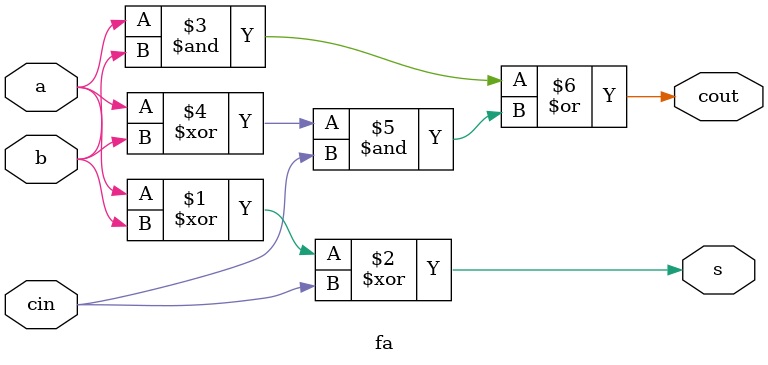
<source format=v>

module fa( input a, b, cin, output s, cout );
    assign s = a ^ b ^ cin;         // XOR for difference
    assign cout = a & b | (a ^ b) & cin;      // AND with negated minuend for borrow
endmodule

</source>
